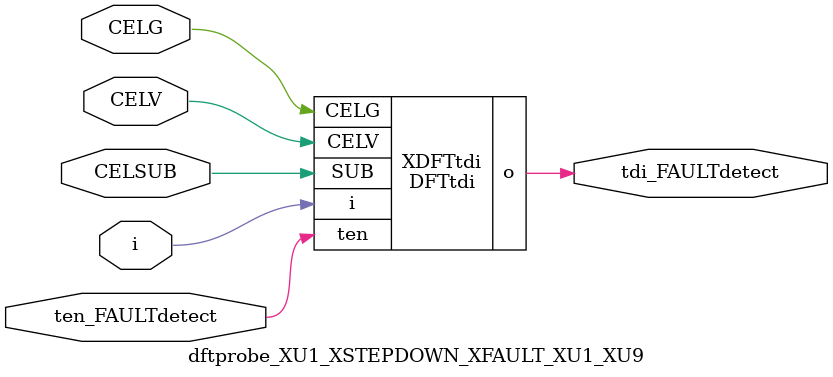
<source format=v>


module DFTtdi ( o, CELV, SUB, i, ten, CELG );

  input CELV;
  input ten;
  input i;
  output o;
  input CELG;
  input SUB;
endmodule


module dftprobe_XU1_XSTEPDOWN_XFAULT_XU1_XU9 (i,tdi_FAULTdetect,ten_FAULTdetect,CELG,CELSUB,CELV);
input  i;
output  tdi_FAULTdetect;
input  ten_FAULTdetect;
input  CELG;
input  CELSUB;
input  CELV;

DFTtdi XDFTtdi(
  .i (i),
  .o (tdi_FAULTdetect),
  .ten (ten_FAULTdetect),
  .CELG (CELG),
  .SUB (CELSUB),
  .CELV (CELV)
);

endmodule


</source>
